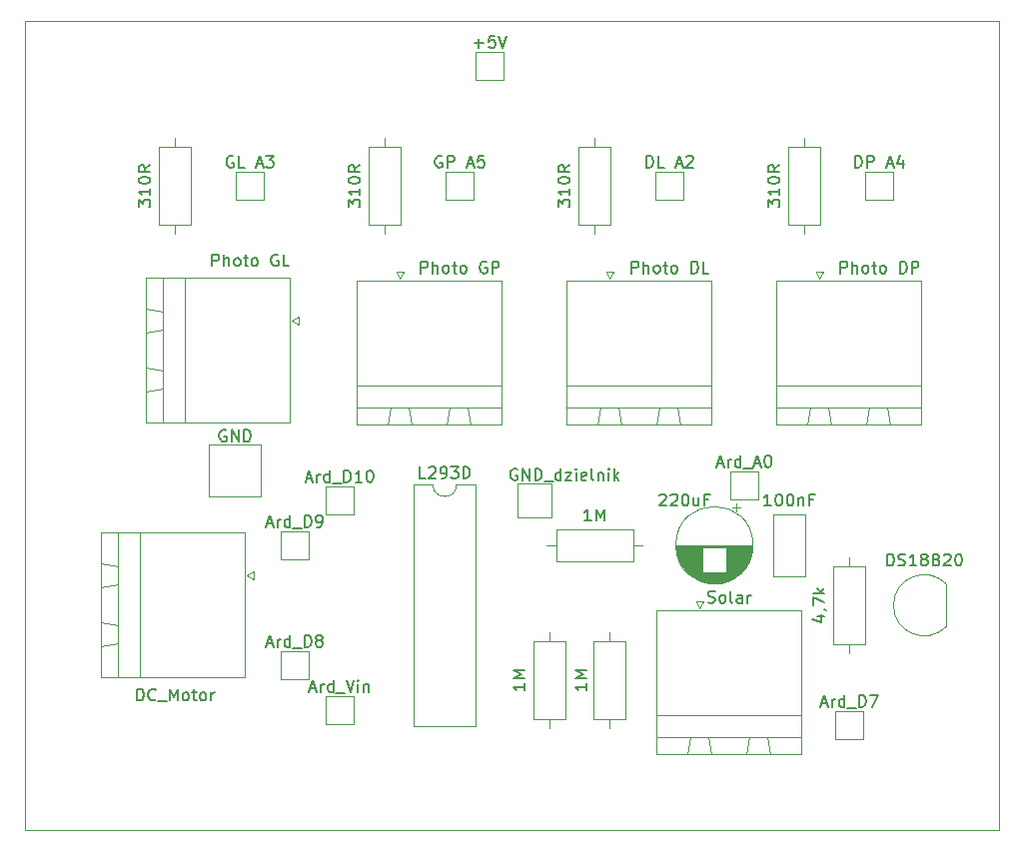
<source format=gbr>
%TF.GenerationSoftware,KiCad,Pcbnew,(5.1.10)-1*%
%TF.CreationDate,2021-09-08T20:08:48+02:00*%
%TF.ProjectId,uklad,756b6c61-642e-46b6-9963-61645f706362,rev?*%
%TF.SameCoordinates,Original*%
%TF.FileFunction,Legend,Top*%
%TF.FilePolarity,Positive*%
%FSLAX46Y46*%
G04 Gerber Fmt 4.6, Leading zero omitted, Abs format (unit mm)*
G04 Created by KiCad (PCBNEW (5.1.10)-1) date 2021-09-08 20:08:48*
%MOMM*%
%LPD*%
G01*
G04 APERTURE LIST*
%ADD10C,0.120000*%
%ADD11C,0.150000*%
G04 APERTURE END LIST*
D10*
X87630000Y-57150000D02*
X170180000Y-57150000D01*
X87630000Y-125730000D02*
X87630000Y-57150000D01*
X170180000Y-125730000D02*
X87630000Y-125730000D01*
X170180000Y-57150000D02*
X170180000Y-125730000D01*
%TO.C,GND_dzielnik*%
X129360000Y-96340000D02*
X132260000Y-96340000D01*
X132260000Y-96340000D02*
X132260000Y-99240000D01*
X132260000Y-99240000D02*
X129360000Y-99240000D01*
X129360000Y-99240000D02*
X129360000Y-96340000D01*
%TO.C,1M*%
X135790000Y-116300000D02*
X138530000Y-116300000D01*
X138530000Y-116300000D02*
X138530000Y-109760000D01*
X138530000Y-109760000D02*
X135790000Y-109760000D01*
X135790000Y-109760000D02*
X135790000Y-116300000D01*
X137160000Y-117070000D02*
X137160000Y-116300000D01*
X137160000Y-108990000D02*
X137160000Y-109760000D01*
%TO.C,GND*%
X103210000Y-93050000D02*
X107610000Y-93050000D01*
X107610000Y-93050000D02*
X107610000Y-97450000D01*
X107610000Y-97450000D02*
X103210000Y-97450000D01*
X103210000Y-97450000D02*
X103210000Y-93050000D01*
%TO.C,+5V*%
X125800000Y-59760000D02*
X128200000Y-59760000D01*
X128200000Y-59760000D02*
X128200000Y-62160000D01*
X128200000Y-62160000D02*
X125800000Y-62160000D01*
X125800000Y-62160000D02*
X125800000Y-59760000D01*
%TO.C,Ard_A0*%
X147390000Y-95320000D02*
X149790000Y-95320000D01*
X149790000Y-95320000D02*
X149790000Y-97720000D01*
X149790000Y-97720000D02*
X147390000Y-97720000D01*
X147390000Y-97720000D02*
X147390000Y-95320000D01*
%TO.C,DP A4*%
X158820000Y-69920000D02*
X161220000Y-69920000D01*
X161220000Y-69920000D02*
X161220000Y-72320000D01*
X161220000Y-72320000D02*
X158820000Y-72320000D01*
X158820000Y-72320000D02*
X158820000Y-69920000D01*
%TO.C,GL A3*%
X105480000Y-69920000D02*
X107880000Y-69920000D01*
X107880000Y-69920000D02*
X107880000Y-72320000D01*
X107880000Y-72320000D02*
X105480000Y-72320000D01*
X105480000Y-72320000D02*
X105480000Y-69920000D01*
%TO.C,DL A2*%
X141040000Y-69920000D02*
X143440000Y-69920000D01*
X143440000Y-69920000D02*
X143440000Y-72320000D01*
X143440000Y-72320000D02*
X141040000Y-72320000D01*
X141040000Y-72320000D02*
X141040000Y-69920000D01*
%TO.C,GP A5*%
X123260000Y-69920000D02*
X125660000Y-69920000D01*
X125660000Y-69920000D02*
X125660000Y-72320000D01*
X125660000Y-72320000D02*
X123260000Y-72320000D01*
X123260000Y-72320000D02*
X123260000Y-69920000D01*
%TO.C,Ard_D9*%
X109290000Y-100400000D02*
X111690000Y-100400000D01*
X111690000Y-100400000D02*
X111690000Y-102800000D01*
X111690000Y-102800000D02*
X109290000Y-102800000D01*
X109290000Y-102800000D02*
X109290000Y-100400000D01*
%TO.C,Ard_D10*%
X113100000Y-98990000D02*
X113100000Y-96590000D01*
X115500000Y-98990000D02*
X113100000Y-98990000D01*
X115500000Y-96590000D02*
X115500000Y-98990000D01*
X113100000Y-96590000D02*
X115500000Y-96590000D01*
%TO.C,Ard_D8*%
X109290000Y-110560000D02*
X111690000Y-110560000D01*
X111690000Y-110560000D02*
X111690000Y-112960000D01*
X111690000Y-112960000D02*
X109290000Y-112960000D01*
X109290000Y-112960000D02*
X109290000Y-110560000D01*
%TO.C,Ard_Vin*%
X113100000Y-116770000D02*
X113100000Y-114370000D01*
X115500000Y-116770000D02*
X113100000Y-116770000D01*
X115500000Y-114370000D02*
X115500000Y-116770000D01*
X113100000Y-114370000D02*
X115500000Y-114370000D01*
%TO.C,Ard_D7*%
X156280000Y-118040000D02*
X156280000Y-115640000D01*
X158680000Y-118040000D02*
X156280000Y-118040000D01*
X158680000Y-115640000D02*
X158680000Y-118040000D01*
X156280000Y-115640000D02*
X158680000Y-115640000D01*
%TO.C,Solar*%
X141170000Y-107110000D02*
X141170000Y-119330000D01*
X141170000Y-119330000D02*
X153390000Y-119330000D01*
X153390000Y-119330000D02*
X153390000Y-107110000D01*
X153390000Y-107110000D02*
X141170000Y-107110000D01*
X141170000Y-117830000D02*
X141170000Y-116030000D01*
X141170000Y-116030000D02*
X153390000Y-116030000D01*
X153390000Y-116030000D02*
X153390000Y-117830000D01*
X153390000Y-117830000D02*
X141170000Y-117830000D01*
X143780000Y-119330000D02*
X145780000Y-119330000D01*
X145780000Y-119330000D02*
X145530000Y-117830000D01*
X145530000Y-117830000D02*
X144030000Y-117830000D01*
X144030000Y-117830000D02*
X143780000Y-119330000D01*
X148780000Y-119330000D02*
X150780000Y-119330000D01*
X150780000Y-119330000D02*
X150530000Y-117830000D01*
X150530000Y-117830000D02*
X149030000Y-117830000D01*
X149030000Y-117830000D02*
X148780000Y-119330000D01*
X145080000Y-106310000D02*
X144780000Y-106910000D01*
X144780000Y-106910000D02*
X144480000Y-106310000D01*
X144480000Y-106310000D02*
X145080000Y-106310000D01*
%TO.C,L293D*%
X122190000Y-96460000D02*
X120540000Y-96460000D01*
X120540000Y-96460000D02*
X120540000Y-116900000D01*
X120540000Y-116900000D02*
X125840000Y-116900000D01*
X125840000Y-116900000D02*
X125840000Y-96460000D01*
X125840000Y-96460000D02*
X124190000Y-96460000D01*
X124190000Y-96460000D02*
G75*
G02*
X122190000Y-96460000I-1000000J0D01*
G01*
%TO.C,DS18B20*%
X165680000Y-108480000D02*
X165680000Y-104880000D01*
X165668478Y-104841522D02*
G75*
G03*
X161230000Y-106680000I-1838478J-1838478D01*
G01*
X165668478Y-108518478D02*
G75*
G02*
X161230000Y-106680000I-1838478J1838478D01*
G01*
%TO.C,Photo DP*%
X151330000Y-79170000D02*
X151330000Y-91390000D01*
X151330000Y-91390000D02*
X163550000Y-91390000D01*
X163550000Y-91390000D02*
X163550000Y-79170000D01*
X163550000Y-79170000D02*
X151330000Y-79170000D01*
X151330000Y-89890000D02*
X151330000Y-88090000D01*
X151330000Y-88090000D02*
X163550000Y-88090000D01*
X163550000Y-88090000D02*
X163550000Y-89890000D01*
X163550000Y-89890000D02*
X151330000Y-89890000D01*
X153940000Y-91390000D02*
X155940000Y-91390000D01*
X155940000Y-91390000D02*
X155690000Y-89890000D01*
X155690000Y-89890000D02*
X154190000Y-89890000D01*
X154190000Y-89890000D02*
X153940000Y-91390000D01*
X158940000Y-91390000D02*
X160940000Y-91390000D01*
X160940000Y-91390000D02*
X160690000Y-89890000D01*
X160690000Y-89890000D02*
X159190000Y-89890000D01*
X159190000Y-89890000D02*
X158940000Y-91390000D01*
X155240000Y-78370000D02*
X154940000Y-78970000D01*
X154940000Y-78970000D02*
X154640000Y-78370000D01*
X154640000Y-78370000D02*
X155240000Y-78370000D01*
%TO.C,310R*%
X155040000Y-67850000D02*
X152300000Y-67850000D01*
X152300000Y-67850000D02*
X152300000Y-74390000D01*
X152300000Y-74390000D02*
X155040000Y-74390000D01*
X155040000Y-74390000D02*
X155040000Y-67850000D01*
X153670000Y-67080000D02*
X153670000Y-67850000D01*
X153670000Y-75160000D02*
X153670000Y-74390000D01*
%TO.C,Photo DL*%
X133550000Y-79170000D02*
X133550000Y-91390000D01*
X133550000Y-91390000D02*
X145770000Y-91390000D01*
X145770000Y-91390000D02*
X145770000Y-79170000D01*
X145770000Y-79170000D02*
X133550000Y-79170000D01*
X133550000Y-89890000D02*
X133550000Y-88090000D01*
X133550000Y-88090000D02*
X145770000Y-88090000D01*
X145770000Y-88090000D02*
X145770000Y-89890000D01*
X145770000Y-89890000D02*
X133550000Y-89890000D01*
X136160000Y-91390000D02*
X138160000Y-91390000D01*
X138160000Y-91390000D02*
X137910000Y-89890000D01*
X137910000Y-89890000D02*
X136410000Y-89890000D01*
X136410000Y-89890000D02*
X136160000Y-91390000D01*
X141160000Y-91390000D02*
X143160000Y-91390000D01*
X143160000Y-91390000D02*
X142910000Y-89890000D01*
X142910000Y-89890000D02*
X141410000Y-89890000D01*
X141410000Y-89890000D02*
X141160000Y-91390000D01*
X137460000Y-78370000D02*
X137160000Y-78970000D01*
X137160000Y-78970000D02*
X136860000Y-78370000D01*
X136860000Y-78370000D02*
X137460000Y-78370000D01*
%TO.C,310R*%
X137260000Y-67850000D02*
X134520000Y-67850000D01*
X134520000Y-67850000D02*
X134520000Y-74390000D01*
X134520000Y-74390000D02*
X137260000Y-74390000D01*
X137260000Y-74390000D02*
X137260000Y-67850000D01*
X135890000Y-67080000D02*
X135890000Y-67850000D01*
X135890000Y-75160000D02*
X135890000Y-74390000D01*
%TO.C,1M*%
X133450000Y-109760000D02*
X130710000Y-109760000D01*
X130710000Y-109760000D02*
X130710000Y-116300000D01*
X130710000Y-116300000D02*
X133450000Y-116300000D01*
X133450000Y-116300000D02*
X133450000Y-109760000D01*
X132080000Y-108990000D02*
X132080000Y-109760000D01*
X132080000Y-117070000D02*
X132080000Y-116300000D01*
X139160000Y-102970000D02*
X139160000Y-100230000D01*
X139160000Y-100230000D02*
X132620000Y-100230000D01*
X132620000Y-100230000D02*
X132620000Y-102970000D01*
X132620000Y-102970000D02*
X139160000Y-102970000D01*
X139930000Y-101600000D02*
X139160000Y-101600000D01*
X131850000Y-101600000D02*
X132620000Y-101600000D01*
%TO.C,Photo GP*%
X115770000Y-79170000D02*
X115770000Y-91390000D01*
X115770000Y-91390000D02*
X127990000Y-91390000D01*
X127990000Y-91390000D02*
X127990000Y-79170000D01*
X127990000Y-79170000D02*
X115770000Y-79170000D01*
X115770000Y-89890000D02*
X115770000Y-88090000D01*
X115770000Y-88090000D02*
X127990000Y-88090000D01*
X127990000Y-88090000D02*
X127990000Y-89890000D01*
X127990000Y-89890000D02*
X115770000Y-89890000D01*
X118380000Y-91390000D02*
X120380000Y-91390000D01*
X120380000Y-91390000D02*
X120130000Y-89890000D01*
X120130000Y-89890000D02*
X118630000Y-89890000D01*
X118630000Y-89890000D02*
X118380000Y-91390000D01*
X123380000Y-91390000D02*
X125380000Y-91390000D01*
X125380000Y-91390000D02*
X125130000Y-89890000D01*
X125130000Y-89890000D02*
X123630000Y-89890000D01*
X123630000Y-89890000D02*
X123380000Y-91390000D01*
X119680000Y-78370000D02*
X119380000Y-78970000D01*
X119380000Y-78970000D02*
X119080000Y-78370000D01*
X119080000Y-78370000D02*
X119680000Y-78370000D01*
%TO.C,310R*%
X119480000Y-67850000D02*
X116740000Y-67850000D01*
X116740000Y-67850000D02*
X116740000Y-74390000D01*
X116740000Y-74390000D02*
X119480000Y-74390000D01*
X119480000Y-74390000D02*
X119480000Y-67850000D01*
X118110000Y-67080000D02*
X118110000Y-67850000D01*
X118110000Y-75160000D02*
X118110000Y-74390000D01*
%TO.C,Photo GL*%
X110060000Y-78940000D02*
X97840000Y-78940000D01*
X97840000Y-78940000D02*
X97840000Y-91160000D01*
X97840000Y-91160000D02*
X110060000Y-91160000D01*
X110060000Y-91160000D02*
X110060000Y-78940000D01*
X99340000Y-78940000D02*
X101140000Y-78940000D01*
X101140000Y-78940000D02*
X101140000Y-91160000D01*
X101140000Y-91160000D02*
X99340000Y-91160000D01*
X99340000Y-91160000D02*
X99340000Y-78940000D01*
X97840000Y-81550000D02*
X97840000Y-83550000D01*
X97840000Y-83550000D02*
X99340000Y-83300000D01*
X99340000Y-83300000D02*
X99340000Y-81800000D01*
X99340000Y-81800000D02*
X97840000Y-81550000D01*
X97840000Y-86550000D02*
X97840000Y-88550000D01*
X97840000Y-88550000D02*
X99340000Y-88300000D01*
X99340000Y-88300000D02*
X99340000Y-86800000D01*
X99340000Y-86800000D02*
X97840000Y-86550000D01*
X110860000Y-82850000D02*
X110260000Y-82550000D01*
X110260000Y-82550000D02*
X110860000Y-82250000D01*
X110860000Y-82250000D02*
X110860000Y-82850000D01*
%TO.C,310R*%
X101700000Y-67850000D02*
X98960000Y-67850000D01*
X98960000Y-67850000D02*
X98960000Y-74390000D01*
X98960000Y-74390000D02*
X101700000Y-74390000D01*
X101700000Y-74390000D02*
X101700000Y-67850000D01*
X100330000Y-67080000D02*
X100330000Y-67850000D01*
X100330000Y-75160000D02*
X100330000Y-74390000D01*
%TO.C,4\u002C7k*%
X158850000Y-103410000D02*
X156110000Y-103410000D01*
X156110000Y-103410000D02*
X156110000Y-109950000D01*
X156110000Y-109950000D02*
X158850000Y-109950000D01*
X158850000Y-109950000D02*
X158850000Y-103410000D01*
X157480000Y-102640000D02*
X157480000Y-103410000D01*
X157480000Y-110720000D02*
X157480000Y-109950000D01*
%TO.C,DC_Motor*%
X106250000Y-100530000D02*
X94030000Y-100530000D01*
X94030000Y-100530000D02*
X94030000Y-112750000D01*
X94030000Y-112750000D02*
X106250000Y-112750000D01*
X106250000Y-112750000D02*
X106250000Y-100530000D01*
X95530000Y-100530000D02*
X97330000Y-100530000D01*
X97330000Y-100530000D02*
X97330000Y-112750000D01*
X97330000Y-112750000D02*
X95530000Y-112750000D01*
X95530000Y-112750000D02*
X95530000Y-100530000D01*
X94030000Y-103140000D02*
X94030000Y-105140000D01*
X94030000Y-105140000D02*
X95530000Y-104890000D01*
X95530000Y-104890000D02*
X95530000Y-103390000D01*
X95530000Y-103390000D02*
X94030000Y-103140000D01*
X94030000Y-108140000D02*
X94030000Y-110140000D01*
X94030000Y-110140000D02*
X95530000Y-109890000D01*
X95530000Y-109890000D02*
X95530000Y-108390000D01*
X95530000Y-108390000D02*
X94030000Y-108140000D01*
X107050000Y-104440000D02*
X106450000Y-104140000D01*
X106450000Y-104140000D02*
X107050000Y-103840000D01*
X107050000Y-103840000D02*
X107050000Y-104440000D01*
%TO.C,100nF*%
X153770000Y-98960000D02*
X153770000Y-104200000D01*
X151030000Y-98960000D02*
X151030000Y-104200000D01*
X153770000Y-98960000D02*
X151030000Y-98960000D01*
X153770000Y-104200000D02*
X151030000Y-104200000D01*
%TO.C,220uF*%
X149320000Y-101580000D02*
G75*
G03*
X149320000Y-101580000I-3270000J0D01*
G01*
X149280000Y-101580000D02*
X142820000Y-101580000D01*
X149280000Y-101620000D02*
X142820000Y-101620000D01*
X149280000Y-101660000D02*
X142820000Y-101660000D01*
X149278000Y-101700000D02*
X142822000Y-101700000D01*
X149277000Y-101740000D02*
X142823000Y-101740000D01*
X149274000Y-101780000D02*
X142826000Y-101780000D01*
X149272000Y-101820000D02*
X147090000Y-101820000D01*
X145010000Y-101820000D02*
X142828000Y-101820000D01*
X149268000Y-101860000D02*
X147090000Y-101860000D01*
X145010000Y-101860000D02*
X142832000Y-101860000D01*
X149265000Y-101900000D02*
X147090000Y-101900000D01*
X145010000Y-101900000D02*
X142835000Y-101900000D01*
X149261000Y-101940000D02*
X147090000Y-101940000D01*
X145010000Y-101940000D02*
X142839000Y-101940000D01*
X149256000Y-101980000D02*
X147090000Y-101980000D01*
X145010000Y-101980000D02*
X142844000Y-101980000D01*
X149251000Y-102020000D02*
X147090000Y-102020000D01*
X145010000Y-102020000D02*
X142849000Y-102020000D01*
X149245000Y-102060000D02*
X147090000Y-102060000D01*
X145010000Y-102060000D02*
X142855000Y-102060000D01*
X149239000Y-102100000D02*
X147090000Y-102100000D01*
X145010000Y-102100000D02*
X142861000Y-102100000D01*
X149232000Y-102140000D02*
X147090000Y-102140000D01*
X145010000Y-102140000D02*
X142868000Y-102140000D01*
X149225000Y-102180000D02*
X147090000Y-102180000D01*
X145010000Y-102180000D02*
X142875000Y-102180000D01*
X149217000Y-102220000D02*
X147090000Y-102220000D01*
X145010000Y-102220000D02*
X142883000Y-102220000D01*
X149209000Y-102260000D02*
X147090000Y-102260000D01*
X145010000Y-102260000D02*
X142891000Y-102260000D01*
X149200000Y-102301000D02*
X147090000Y-102301000D01*
X145010000Y-102301000D02*
X142900000Y-102301000D01*
X149191000Y-102341000D02*
X147090000Y-102341000D01*
X145010000Y-102341000D02*
X142909000Y-102341000D01*
X149181000Y-102381000D02*
X147090000Y-102381000D01*
X145010000Y-102381000D02*
X142919000Y-102381000D01*
X149171000Y-102421000D02*
X147090000Y-102421000D01*
X145010000Y-102421000D02*
X142929000Y-102421000D01*
X149160000Y-102461000D02*
X147090000Y-102461000D01*
X145010000Y-102461000D02*
X142940000Y-102461000D01*
X149148000Y-102501000D02*
X147090000Y-102501000D01*
X145010000Y-102501000D02*
X142952000Y-102501000D01*
X149136000Y-102541000D02*
X147090000Y-102541000D01*
X145010000Y-102541000D02*
X142964000Y-102541000D01*
X149124000Y-102581000D02*
X147090000Y-102581000D01*
X145010000Y-102581000D02*
X142976000Y-102581000D01*
X149111000Y-102621000D02*
X147090000Y-102621000D01*
X145010000Y-102621000D02*
X142989000Y-102621000D01*
X149097000Y-102661000D02*
X147090000Y-102661000D01*
X145010000Y-102661000D02*
X143003000Y-102661000D01*
X149083000Y-102701000D02*
X147090000Y-102701000D01*
X145010000Y-102701000D02*
X143017000Y-102701000D01*
X149068000Y-102741000D02*
X147090000Y-102741000D01*
X145010000Y-102741000D02*
X143032000Y-102741000D01*
X149052000Y-102781000D02*
X147090000Y-102781000D01*
X145010000Y-102781000D02*
X143048000Y-102781000D01*
X149036000Y-102821000D02*
X147090000Y-102821000D01*
X145010000Y-102821000D02*
X143064000Y-102821000D01*
X149020000Y-102861000D02*
X147090000Y-102861000D01*
X145010000Y-102861000D02*
X143080000Y-102861000D01*
X149002000Y-102901000D02*
X147090000Y-102901000D01*
X145010000Y-102901000D02*
X143098000Y-102901000D01*
X148984000Y-102941000D02*
X147090000Y-102941000D01*
X145010000Y-102941000D02*
X143116000Y-102941000D01*
X148966000Y-102981000D02*
X147090000Y-102981000D01*
X145010000Y-102981000D02*
X143134000Y-102981000D01*
X148946000Y-103021000D02*
X147090000Y-103021000D01*
X145010000Y-103021000D02*
X143154000Y-103021000D01*
X148926000Y-103061000D02*
X147090000Y-103061000D01*
X145010000Y-103061000D02*
X143174000Y-103061000D01*
X148906000Y-103101000D02*
X147090000Y-103101000D01*
X145010000Y-103101000D02*
X143194000Y-103101000D01*
X148884000Y-103141000D02*
X147090000Y-103141000D01*
X145010000Y-103141000D02*
X143216000Y-103141000D01*
X148862000Y-103181000D02*
X147090000Y-103181000D01*
X145010000Y-103181000D02*
X143238000Y-103181000D01*
X148840000Y-103221000D02*
X147090000Y-103221000D01*
X145010000Y-103221000D02*
X143260000Y-103221000D01*
X148816000Y-103261000D02*
X147090000Y-103261000D01*
X145010000Y-103261000D02*
X143284000Y-103261000D01*
X148792000Y-103301000D02*
X147090000Y-103301000D01*
X145010000Y-103301000D02*
X143308000Y-103301000D01*
X148766000Y-103341000D02*
X147090000Y-103341000D01*
X145010000Y-103341000D02*
X143334000Y-103341000D01*
X148740000Y-103381000D02*
X147090000Y-103381000D01*
X145010000Y-103381000D02*
X143360000Y-103381000D01*
X148714000Y-103421000D02*
X147090000Y-103421000D01*
X145010000Y-103421000D02*
X143386000Y-103421000D01*
X148686000Y-103461000D02*
X147090000Y-103461000D01*
X145010000Y-103461000D02*
X143414000Y-103461000D01*
X148657000Y-103501000D02*
X147090000Y-103501000D01*
X145010000Y-103501000D02*
X143443000Y-103501000D01*
X148628000Y-103541000D02*
X147090000Y-103541000D01*
X145010000Y-103541000D02*
X143472000Y-103541000D01*
X148598000Y-103581000D02*
X147090000Y-103581000D01*
X145010000Y-103581000D02*
X143502000Y-103581000D01*
X148566000Y-103621000D02*
X147090000Y-103621000D01*
X145010000Y-103621000D02*
X143534000Y-103621000D01*
X148534000Y-103661000D02*
X147090000Y-103661000D01*
X145010000Y-103661000D02*
X143566000Y-103661000D01*
X148500000Y-103701000D02*
X147090000Y-103701000D01*
X145010000Y-103701000D02*
X143600000Y-103701000D01*
X148466000Y-103741000D02*
X147090000Y-103741000D01*
X145010000Y-103741000D02*
X143634000Y-103741000D01*
X148430000Y-103781000D02*
X147090000Y-103781000D01*
X145010000Y-103781000D02*
X143670000Y-103781000D01*
X148393000Y-103821000D02*
X147090000Y-103821000D01*
X145010000Y-103821000D02*
X143707000Y-103821000D01*
X148355000Y-103861000D02*
X147090000Y-103861000D01*
X145010000Y-103861000D02*
X143745000Y-103861000D01*
X148315000Y-103901000D02*
X143785000Y-103901000D01*
X148274000Y-103941000D02*
X143826000Y-103941000D01*
X148232000Y-103981000D02*
X143868000Y-103981000D01*
X148187000Y-104021000D02*
X143913000Y-104021000D01*
X148142000Y-104061000D02*
X143958000Y-104061000D01*
X148094000Y-104101000D02*
X144006000Y-104101000D01*
X148045000Y-104141000D02*
X144055000Y-104141000D01*
X147994000Y-104181000D02*
X144106000Y-104181000D01*
X147940000Y-104221000D02*
X144160000Y-104221000D01*
X147884000Y-104261000D02*
X144216000Y-104261000D01*
X147826000Y-104301000D02*
X144274000Y-104301000D01*
X147764000Y-104341000D02*
X144336000Y-104341000D01*
X147700000Y-104381000D02*
X144400000Y-104381000D01*
X147631000Y-104421000D02*
X144469000Y-104421000D01*
X147559000Y-104461000D02*
X144541000Y-104461000D01*
X147482000Y-104501000D02*
X144618000Y-104501000D01*
X147400000Y-104541000D02*
X144700000Y-104541000D01*
X147312000Y-104581000D02*
X144788000Y-104581000D01*
X147215000Y-104621000D02*
X144885000Y-104621000D01*
X147109000Y-104661000D02*
X144991000Y-104661000D01*
X146990000Y-104701000D02*
X145110000Y-104701000D01*
X146852000Y-104741000D02*
X145248000Y-104741000D01*
X146683000Y-104781000D02*
X145417000Y-104781000D01*
X146452000Y-104821000D02*
X145648000Y-104821000D01*
X147889000Y-98079759D02*
X147889000Y-98709759D01*
X148204000Y-98394759D02*
X147574000Y-98394759D01*
%TO.C,GND_dzielnik*%
D11*
X129326190Y-95142000D02*
X129230952Y-95094380D01*
X129088095Y-95094380D01*
X128945238Y-95142000D01*
X128850000Y-95237238D01*
X128802380Y-95332476D01*
X128754761Y-95522952D01*
X128754761Y-95665809D01*
X128802380Y-95856285D01*
X128850000Y-95951523D01*
X128945238Y-96046761D01*
X129088095Y-96094380D01*
X129183333Y-96094380D01*
X129326190Y-96046761D01*
X129373809Y-95999142D01*
X129373809Y-95665809D01*
X129183333Y-95665809D01*
X129802380Y-96094380D02*
X129802380Y-95094380D01*
X130373809Y-96094380D01*
X130373809Y-95094380D01*
X130850000Y-96094380D02*
X130850000Y-95094380D01*
X131088095Y-95094380D01*
X131230952Y-95142000D01*
X131326190Y-95237238D01*
X131373809Y-95332476D01*
X131421428Y-95522952D01*
X131421428Y-95665809D01*
X131373809Y-95856285D01*
X131326190Y-95951523D01*
X131230952Y-96046761D01*
X131088095Y-96094380D01*
X130850000Y-96094380D01*
X131611904Y-96189619D02*
X132373809Y-96189619D01*
X133040476Y-96094380D02*
X133040476Y-95094380D01*
X133040476Y-96046761D02*
X132945238Y-96094380D01*
X132754761Y-96094380D01*
X132659523Y-96046761D01*
X132611904Y-95999142D01*
X132564285Y-95903904D01*
X132564285Y-95618190D01*
X132611904Y-95522952D01*
X132659523Y-95475333D01*
X132754761Y-95427714D01*
X132945238Y-95427714D01*
X133040476Y-95475333D01*
X133421428Y-95427714D02*
X133945238Y-95427714D01*
X133421428Y-96094380D01*
X133945238Y-96094380D01*
X134326190Y-96094380D02*
X134326190Y-95427714D01*
X134326190Y-95094380D02*
X134278571Y-95142000D01*
X134326190Y-95189619D01*
X134373809Y-95142000D01*
X134326190Y-95094380D01*
X134326190Y-95189619D01*
X135183333Y-96046761D02*
X135088095Y-96094380D01*
X134897619Y-96094380D01*
X134802380Y-96046761D01*
X134754761Y-95951523D01*
X134754761Y-95570571D01*
X134802380Y-95475333D01*
X134897619Y-95427714D01*
X135088095Y-95427714D01*
X135183333Y-95475333D01*
X135230952Y-95570571D01*
X135230952Y-95665809D01*
X134754761Y-95761047D01*
X135802380Y-96094380D02*
X135707142Y-96046761D01*
X135659523Y-95951523D01*
X135659523Y-95094380D01*
X136183333Y-95427714D02*
X136183333Y-96094380D01*
X136183333Y-95522952D02*
X136230952Y-95475333D01*
X136326190Y-95427714D01*
X136469047Y-95427714D01*
X136564285Y-95475333D01*
X136611904Y-95570571D01*
X136611904Y-96094380D01*
X137088095Y-96094380D02*
X137088095Y-95427714D01*
X137088095Y-95094380D02*
X137040476Y-95142000D01*
X137088095Y-95189619D01*
X137135714Y-95142000D01*
X137088095Y-95094380D01*
X137088095Y-95189619D01*
X137564285Y-96094380D02*
X137564285Y-95094380D01*
X137659523Y-95713428D02*
X137945238Y-96094380D01*
X137945238Y-95427714D02*
X137564285Y-95808666D01*
%TO.C,1M*%
X135242380Y-113315714D02*
X135242380Y-113887142D01*
X135242380Y-113601428D02*
X134242380Y-113601428D01*
X134385238Y-113696666D01*
X134480476Y-113791904D01*
X134528095Y-113887142D01*
X135242380Y-112887142D02*
X134242380Y-112887142D01*
X134956666Y-112553809D01*
X134242380Y-112220476D01*
X135242380Y-112220476D01*
%TO.C,GND*%
X104648095Y-91852000D02*
X104552857Y-91804380D01*
X104410000Y-91804380D01*
X104267142Y-91852000D01*
X104171904Y-91947238D01*
X104124285Y-92042476D01*
X104076666Y-92232952D01*
X104076666Y-92375809D01*
X104124285Y-92566285D01*
X104171904Y-92661523D01*
X104267142Y-92756761D01*
X104410000Y-92804380D01*
X104505238Y-92804380D01*
X104648095Y-92756761D01*
X104695714Y-92709142D01*
X104695714Y-92375809D01*
X104505238Y-92375809D01*
X105124285Y-92804380D02*
X105124285Y-91804380D01*
X105695714Y-92804380D01*
X105695714Y-91804380D01*
X106171904Y-92804380D02*
X106171904Y-91804380D01*
X106410000Y-91804380D01*
X106552857Y-91852000D01*
X106648095Y-91947238D01*
X106695714Y-92042476D01*
X106743333Y-92232952D01*
X106743333Y-92375809D01*
X106695714Y-92566285D01*
X106648095Y-92661523D01*
X106552857Y-92756761D01*
X106410000Y-92804380D01*
X106171904Y-92804380D01*
%TO.C,+5V*%
X125714285Y-59033428D02*
X126476190Y-59033428D01*
X126095238Y-59414380D02*
X126095238Y-58652476D01*
X127428571Y-58414380D02*
X126952380Y-58414380D01*
X126904761Y-58890571D01*
X126952380Y-58842952D01*
X127047619Y-58795333D01*
X127285714Y-58795333D01*
X127380952Y-58842952D01*
X127428571Y-58890571D01*
X127476190Y-58985809D01*
X127476190Y-59223904D01*
X127428571Y-59319142D01*
X127380952Y-59366761D01*
X127285714Y-59414380D01*
X127047619Y-59414380D01*
X126952380Y-59366761D01*
X126904761Y-59319142D01*
X127761904Y-58414380D02*
X128095238Y-59414380D01*
X128428571Y-58414380D01*
%TO.C,Ard_A0*%
X146304285Y-94688666D02*
X146780476Y-94688666D01*
X146209047Y-94974380D02*
X146542380Y-93974380D01*
X146875714Y-94974380D01*
X147209047Y-94974380D02*
X147209047Y-94307714D01*
X147209047Y-94498190D02*
X147256666Y-94402952D01*
X147304285Y-94355333D01*
X147399523Y-94307714D01*
X147494761Y-94307714D01*
X148256666Y-94974380D02*
X148256666Y-93974380D01*
X148256666Y-94926761D02*
X148161428Y-94974380D01*
X147970952Y-94974380D01*
X147875714Y-94926761D01*
X147828095Y-94879142D01*
X147780476Y-94783904D01*
X147780476Y-94498190D01*
X147828095Y-94402952D01*
X147875714Y-94355333D01*
X147970952Y-94307714D01*
X148161428Y-94307714D01*
X148256666Y-94355333D01*
X148494761Y-95069619D02*
X149256666Y-95069619D01*
X149447142Y-94688666D02*
X149923333Y-94688666D01*
X149351904Y-94974380D02*
X149685238Y-93974380D01*
X150018571Y-94974380D01*
X150542380Y-93974380D02*
X150637619Y-93974380D01*
X150732857Y-94022000D01*
X150780476Y-94069619D01*
X150828095Y-94164857D01*
X150875714Y-94355333D01*
X150875714Y-94593428D01*
X150828095Y-94783904D01*
X150780476Y-94879142D01*
X150732857Y-94926761D01*
X150637619Y-94974380D01*
X150542380Y-94974380D01*
X150447142Y-94926761D01*
X150399523Y-94879142D01*
X150351904Y-94783904D01*
X150304285Y-94593428D01*
X150304285Y-94355333D01*
X150351904Y-94164857D01*
X150399523Y-94069619D01*
X150447142Y-94022000D01*
X150542380Y-93974380D01*
%TO.C,DP A4*%
X157972380Y-69574380D02*
X157972380Y-68574380D01*
X158210476Y-68574380D01*
X158353333Y-68622000D01*
X158448571Y-68717238D01*
X158496190Y-68812476D01*
X158543809Y-69002952D01*
X158543809Y-69145809D01*
X158496190Y-69336285D01*
X158448571Y-69431523D01*
X158353333Y-69526761D01*
X158210476Y-69574380D01*
X157972380Y-69574380D01*
X158972380Y-69574380D02*
X158972380Y-68574380D01*
X159353333Y-68574380D01*
X159448571Y-68622000D01*
X159496190Y-68669619D01*
X159543809Y-68764857D01*
X159543809Y-68907714D01*
X159496190Y-69002952D01*
X159448571Y-69050571D01*
X159353333Y-69098190D01*
X158972380Y-69098190D01*
X160686666Y-69288666D02*
X161162857Y-69288666D01*
X160591428Y-69574380D02*
X160924761Y-68574380D01*
X161258095Y-69574380D01*
X162020000Y-68907714D02*
X162020000Y-69574380D01*
X161781904Y-68526761D02*
X161543809Y-69241047D01*
X162162857Y-69241047D01*
%TO.C,GL A3*%
X105251428Y-68622000D02*
X105156190Y-68574380D01*
X105013333Y-68574380D01*
X104870476Y-68622000D01*
X104775238Y-68717238D01*
X104727619Y-68812476D01*
X104680000Y-69002952D01*
X104680000Y-69145809D01*
X104727619Y-69336285D01*
X104775238Y-69431523D01*
X104870476Y-69526761D01*
X105013333Y-69574380D01*
X105108571Y-69574380D01*
X105251428Y-69526761D01*
X105299047Y-69479142D01*
X105299047Y-69145809D01*
X105108571Y-69145809D01*
X106203809Y-69574380D02*
X105727619Y-69574380D01*
X105727619Y-68574380D01*
X107251428Y-69288666D02*
X107727619Y-69288666D01*
X107156190Y-69574380D02*
X107489523Y-68574380D01*
X107822857Y-69574380D01*
X108060952Y-68574380D02*
X108680000Y-68574380D01*
X108346666Y-68955333D01*
X108489523Y-68955333D01*
X108584761Y-69002952D01*
X108632380Y-69050571D01*
X108680000Y-69145809D01*
X108680000Y-69383904D01*
X108632380Y-69479142D01*
X108584761Y-69526761D01*
X108489523Y-69574380D01*
X108203809Y-69574380D01*
X108108571Y-69526761D01*
X108060952Y-69479142D01*
%TO.C,DL A2*%
X140287619Y-69574380D02*
X140287619Y-68574380D01*
X140525714Y-68574380D01*
X140668571Y-68622000D01*
X140763809Y-68717238D01*
X140811428Y-68812476D01*
X140859047Y-69002952D01*
X140859047Y-69145809D01*
X140811428Y-69336285D01*
X140763809Y-69431523D01*
X140668571Y-69526761D01*
X140525714Y-69574380D01*
X140287619Y-69574380D01*
X141763809Y-69574380D02*
X141287619Y-69574380D01*
X141287619Y-68574380D01*
X142811428Y-69288666D02*
X143287619Y-69288666D01*
X142716190Y-69574380D02*
X143049523Y-68574380D01*
X143382857Y-69574380D01*
X143668571Y-68669619D02*
X143716190Y-68622000D01*
X143811428Y-68574380D01*
X144049523Y-68574380D01*
X144144761Y-68622000D01*
X144192380Y-68669619D01*
X144240000Y-68764857D01*
X144240000Y-68860095D01*
X144192380Y-69002952D01*
X143620952Y-69574380D01*
X144240000Y-69574380D01*
%TO.C,GP A5*%
X122936190Y-68622000D02*
X122840952Y-68574380D01*
X122698095Y-68574380D01*
X122555238Y-68622000D01*
X122460000Y-68717238D01*
X122412380Y-68812476D01*
X122364761Y-69002952D01*
X122364761Y-69145809D01*
X122412380Y-69336285D01*
X122460000Y-69431523D01*
X122555238Y-69526761D01*
X122698095Y-69574380D01*
X122793333Y-69574380D01*
X122936190Y-69526761D01*
X122983809Y-69479142D01*
X122983809Y-69145809D01*
X122793333Y-69145809D01*
X123412380Y-69574380D02*
X123412380Y-68574380D01*
X123793333Y-68574380D01*
X123888571Y-68622000D01*
X123936190Y-68669619D01*
X123983809Y-68764857D01*
X123983809Y-68907714D01*
X123936190Y-69002952D01*
X123888571Y-69050571D01*
X123793333Y-69098190D01*
X123412380Y-69098190D01*
X125126666Y-69288666D02*
X125602857Y-69288666D01*
X125031428Y-69574380D02*
X125364761Y-68574380D01*
X125698095Y-69574380D01*
X126507619Y-68574380D02*
X126031428Y-68574380D01*
X125983809Y-69050571D01*
X126031428Y-69002952D01*
X126126666Y-68955333D01*
X126364761Y-68955333D01*
X126460000Y-69002952D01*
X126507619Y-69050571D01*
X126555238Y-69145809D01*
X126555238Y-69383904D01*
X126507619Y-69479142D01*
X126460000Y-69526761D01*
X126364761Y-69574380D01*
X126126666Y-69574380D01*
X126031428Y-69526761D01*
X125983809Y-69479142D01*
%TO.C,Ard_D9*%
X108132857Y-99768666D02*
X108609047Y-99768666D01*
X108037619Y-100054380D02*
X108370952Y-99054380D01*
X108704285Y-100054380D01*
X109037619Y-100054380D02*
X109037619Y-99387714D01*
X109037619Y-99578190D02*
X109085238Y-99482952D01*
X109132857Y-99435333D01*
X109228095Y-99387714D01*
X109323333Y-99387714D01*
X110085238Y-100054380D02*
X110085238Y-99054380D01*
X110085238Y-100006761D02*
X109990000Y-100054380D01*
X109799523Y-100054380D01*
X109704285Y-100006761D01*
X109656666Y-99959142D01*
X109609047Y-99863904D01*
X109609047Y-99578190D01*
X109656666Y-99482952D01*
X109704285Y-99435333D01*
X109799523Y-99387714D01*
X109990000Y-99387714D01*
X110085238Y-99435333D01*
X110323333Y-100149619D02*
X111085238Y-100149619D01*
X111323333Y-100054380D02*
X111323333Y-99054380D01*
X111561428Y-99054380D01*
X111704285Y-99102000D01*
X111799523Y-99197238D01*
X111847142Y-99292476D01*
X111894761Y-99482952D01*
X111894761Y-99625809D01*
X111847142Y-99816285D01*
X111799523Y-99911523D01*
X111704285Y-100006761D01*
X111561428Y-100054380D01*
X111323333Y-100054380D01*
X112370952Y-100054380D02*
X112561428Y-100054380D01*
X112656666Y-100006761D01*
X112704285Y-99959142D01*
X112799523Y-99816285D01*
X112847142Y-99625809D01*
X112847142Y-99244857D01*
X112799523Y-99149619D01*
X112751904Y-99102000D01*
X112656666Y-99054380D01*
X112466190Y-99054380D01*
X112370952Y-99102000D01*
X112323333Y-99149619D01*
X112275714Y-99244857D01*
X112275714Y-99482952D01*
X112323333Y-99578190D01*
X112370952Y-99625809D01*
X112466190Y-99673428D01*
X112656666Y-99673428D01*
X112751904Y-99625809D01*
X112799523Y-99578190D01*
X112847142Y-99482952D01*
%TO.C,Ard_D10*%
X111466666Y-95958666D02*
X111942857Y-95958666D01*
X111371428Y-96244380D02*
X111704761Y-95244380D01*
X112038095Y-96244380D01*
X112371428Y-96244380D02*
X112371428Y-95577714D01*
X112371428Y-95768190D02*
X112419047Y-95672952D01*
X112466666Y-95625333D01*
X112561904Y-95577714D01*
X112657142Y-95577714D01*
X113419047Y-96244380D02*
X113419047Y-95244380D01*
X113419047Y-96196761D02*
X113323809Y-96244380D01*
X113133333Y-96244380D01*
X113038095Y-96196761D01*
X112990476Y-96149142D01*
X112942857Y-96053904D01*
X112942857Y-95768190D01*
X112990476Y-95672952D01*
X113038095Y-95625333D01*
X113133333Y-95577714D01*
X113323809Y-95577714D01*
X113419047Y-95625333D01*
X113657142Y-96339619D02*
X114419047Y-96339619D01*
X114657142Y-96244380D02*
X114657142Y-95244380D01*
X114895238Y-95244380D01*
X115038095Y-95292000D01*
X115133333Y-95387238D01*
X115180952Y-95482476D01*
X115228571Y-95672952D01*
X115228571Y-95815809D01*
X115180952Y-96006285D01*
X115133333Y-96101523D01*
X115038095Y-96196761D01*
X114895238Y-96244380D01*
X114657142Y-96244380D01*
X116180952Y-96244380D02*
X115609523Y-96244380D01*
X115895238Y-96244380D02*
X115895238Y-95244380D01*
X115800000Y-95387238D01*
X115704761Y-95482476D01*
X115609523Y-95530095D01*
X116800000Y-95244380D02*
X116895238Y-95244380D01*
X116990476Y-95292000D01*
X117038095Y-95339619D01*
X117085714Y-95434857D01*
X117133333Y-95625333D01*
X117133333Y-95863428D01*
X117085714Y-96053904D01*
X117038095Y-96149142D01*
X116990476Y-96196761D01*
X116895238Y-96244380D01*
X116800000Y-96244380D01*
X116704761Y-96196761D01*
X116657142Y-96149142D01*
X116609523Y-96053904D01*
X116561904Y-95863428D01*
X116561904Y-95625333D01*
X116609523Y-95434857D01*
X116657142Y-95339619D01*
X116704761Y-95292000D01*
X116800000Y-95244380D01*
%TO.C,Ard_D8*%
X108132857Y-109928666D02*
X108609047Y-109928666D01*
X108037619Y-110214380D02*
X108370952Y-109214380D01*
X108704285Y-110214380D01*
X109037619Y-110214380D02*
X109037619Y-109547714D01*
X109037619Y-109738190D02*
X109085238Y-109642952D01*
X109132857Y-109595333D01*
X109228095Y-109547714D01*
X109323333Y-109547714D01*
X110085238Y-110214380D02*
X110085238Y-109214380D01*
X110085238Y-110166761D02*
X109990000Y-110214380D01*
X109799523Y-110214380D01*
X109704285Y-110166761D01*
X109656666Y-110119142D01*
X109609047Y-110023904D01*
X109609047Y-109738190D01*
X109656666Y-109642952D01*
X109704285Y-109595333D01*
X109799523Y-109547714D01*
X109990000Y-109547714D01*
X110085238Y-109595333D01*
X110323333Y-110309619D02*
X111085238Y-110309619D01*
X111323333Y-110214380D02*
X111323333Y-109214380D01*
X111561428Y-109214380D01*
X111704285Y-109262000D01*
X111799523Y-109357238D01*
X111847142Y-109452476D01*
X111894761Y-109642952D01*
X111894761Y-109785809D01*
X111847142Y-109976285D01*
X111799523Y-110071523D01*
X111704285Y-110166761D01*
X111561428Y-110214380D01*
X111323333Y-110214380D01*
X112466190Y-109642952D02*
X112370952Y-109595333D01*
X112323333Y-109547714D01*
X112275714Y-109452476D01*
X112275714Y-109404857D01*
X112323333Y-109309619D01*
X112370952Y-109262000D01*
X112466190Y-109214380D01*
X112656666Y-109214380D01*
X112751904Y-109262000D01*
X112799523Y-109309619D01*
X112847142Y-109404857D01*
X112847142Y-109452476D01*
X112799523Y-109547714D01*
X112751904Y-109595333D01*
X112656666Y-109642952D01*
X112466190Y-109642952D01*
X112370952Y-109690571D01*
X112323333Y-109738190D01*
X112275714Y-109833428D01*
X112275714Y-110023904D01*
X112323333Y-110119142D01*
X112370952Y-110166761D01*
X112466190Y-110214380D01*
X112656666Y-110214380D01*
X112751904Y-110166761D01*
X112799523Y-110119142D01*
X112847142Y-110023904D01*
X112847142Y-109833428D01*
X112799523Y-109738190D01*
X112751904Y-109690571D01*
X112656666Y-109642952D01*
%TO.C,Ard_Vin*%
X111800000Y-113738666D02*
X112276190Y-113738666D01*
X111704761Y-114024380D02*
X112038095Y-113024380D01*
X112371428Y-114024380D01*
X112704761Y-114024380D02*
X112704761Y-113357714D01*
X112704761Y-113548190D02*
X112752380Y-113452952D01*
X112800000Y-113405333D01*
X112895238Y-113357714D01*
X112990476Y-113357714D01*
X113752380Y-114024380D02*
X113752380Y-113024380D01*
X113752380Y-113976761D02*
X113657142Y-114024380D01*
X113466666Y-114024380D01*
X113371428Y-113976761D01*
X113323809Y-113929142D01*
X113276190Y-113833904D01*
X113276190Y-113548190D01*
X113323809Y-113452952D01*
X113371428Y-113405333D01*
X113466666Y-113357714D01*
X113657142Y-113357714D01*
X113752380Y-113405333D01*
X113990476Y-114119619D02*
X114752380Y-114119619D01*
X114847619Y-113024380D02*
X115180952Y-114024380D01*
X115514285Y-113024380D01*
X115847619Y-114024380D02*
X115847619Y-113357714D01*
X115847619Y-113024380D02*
X115800000Y-113072000D01*
X115847619Y-113119619D01*
X115895238Y-113072000D01*
X115847619Y-113024380D01*
X115847619Y-113119619D01*
X116323809Y-113357714D02*
X116323809Y-114024380D01*
X116323809Y-113452952D02*
X116371428Y-113405333D01*
X116466666Y-113357714D01*
X116609523Y-113357714D01*
X116704761Y-113405333D01*
X116752380Y-113500571D01*
X116752380Y-114024380D01*
%TO.C,Ard_D7*%
X155122857Y-115008666D02*
X155599047Y-115008666D01*
X155027619Y-115294380D02*
X155360952Y-114294380D01*
X155694285Y-115294380D01*
X156027619Y-115294380D02*
X156027619Y-114627714D01*
X156027619Y-114818190D02*
X156075238Y-114722952D01*
X156122857Y-114675333D01*
X156218095Y-114627714D01*
X156313333Y-114627714D01*
X157075238Y-115294380D02*
X157075238Y-114294380D01*
X157075238Y-115246761D02*
X156980000Y-115294380D01*
X156789523Y-115294380D01*
X156694285Y-115246761D01*
X156646666Y-115199142D01*
X156599047Y-115103904D01*
X156599047Y-114818190D01*
X156646666Y-114722952D01*
X156694285Y-114675333D01*
X156789523Y-114627714D01*
X156980000Y-114627714D01*
X157075238Y-114675333D01*
X157313333Y-115389619D02*
X158075238Y-115389619D01*
X158313333Y-115294380D02*
X158313333Y-114294380D01*
X158551428Y-114294380D01*
X158694285Y-114342000D01*
X158789523Y-114437238D01*
X158837142Y-114532476D01*
X158884761Y-114722952D01*
X158884761Y-114865809D01*
X158837142Y-115056285D01*
X158789523Y-115151523D01*
X158694285Y-115246761D01*
X158551428Y-115294380D01*
X158313333Y-115294380D01*
X159218095Y-114294380D02*
X159884761Y-114294380D01*
X159456190Y-115294380D01*
%TO.C,Solar*%
X145518095Y-106424761D02*
X145660952Y-106472380D01*
X145899047Y-106472380D01*
X145994285Y-106424761D01*
X146041904Y-106377142D01*
X146089523Y-106281904D01*
X146089523Y-106186666D01*
X146041904Y-106091428D01*
X145994285Y-106043809D01*
X145899047Y-105996190D01*
X145708571Y-105948571D01*
X145613333Y-105900952D01*
X145565714Y-105853333D01*
X145518095Y-105758095D01*
X145518095Y-105662857D01*
X145565714Y-105567619D01*
X145613333Y-105520000D01*
X145708571Y-105472380D01*
X145946666Y-105472380D01*
X146089523Y-105520000D01*
X146660952Y-106472380D02*
X146565714Y-106424761D01*
X146518095Y-106377142D01*
X146470476Y-106281904D01*
X146470476Y-105996190D01*
X146518095Y-105900952D01*
X146565714Y-105853333D01*
X146660952Y-105805714D01*
X146803809Y-105805714D01*
X146899047Y-105853333D01*
X146946666Y-105900952D01*
X146994285Y-105996190D01*
X146994285Y-106281904D01*
X146946666Y-106377142D01*
X146899047Y-106424761D01*
X146803809Y-106472380D01*
X146660952Y-106472380D01*
X147565714Y-106472380D02*
X147470476Y-106424761D01*
X147422857Y-106329523D01*
X147422857Y-105472380D01*
X148375238Y-106472380D02*
X148375238Y-105948571D01*
X148327619Y-105853333D01*
X148232380Y-105805714D01*
X148041904Y-105805714D01*
X147946666Y-105853333D01*
X148375238Y-106424761D02*
X148280000Y-106472380D01*
X148041904Y-106472380D01*
X147946666Y-106424761D01*
X147899047Y-106329523D01*
X147899047Y-106234285D01*
X147946666Y-106139047D01*
X148041904Y-106091428D01*
X148280000Y-106091428D01*
X148375238Y-106043809D01*
X148851428Y-106472380D02*
X148851428Y-105805714D01*
X148851428Y-105996190D02*
X148899047Y-105900952D01*
X148946666Y-105853333D01*
X149041904Y-105805714D01*
X149137142Y-105805714D01*
%TO.C,L293D*%
X121570952Y-95912380D02*
X121094761Y-95912380D01*
X121094761Y-94912380D01*
X121856666Y-95007619D02*
X121904285Y-94960000D01*
X121999523Y-94912380D01*
X122237619Y-94912380D01*
X122332857Y-94960000D01*
X122380476Y-95007619D01*
X122428095Y-95102857D01*
X122428095Y-95198095D01*
X122380476Y-95340952D01*
X121809047Y-95912380D01*
X122428095Y-95912380D01*
X122904285Y-95912380D02*
X123094761Y-95912380D01*
X123190000Y-95864761D01*
X123237619Y-95817142D01*
X123332857Y-95674285D01*
X123380476Y-95483809D01*
X123380476Y-95102857D01*
X123332857Y-95007619D01*
X123285238Y-94960000D01*
X123190000Y-94912380D01*
X122999523Y-94912380D01*
X122904285Y-94960000D01*
X122856666Y-95007619D01*
X122809047Y-95102857D01*
X122809047Y-95340952D01*
X122856666Y-95436190D01*
X122904285Y-95483809D01*
X122999523Y-95531428D01*
X123190000Y-95531428D01*
X123285238Y-95483809D01*
X123332857Y-95436190D01*
X123380476Y-95340952D01*
X123713809Y-94912380D02*
X124332857Y-94912380D01*
X123999523Y-95293333D01*
X124142380Y-95293333D01*
X124237619Y-95340952D01*
X124285238Y-95388571D01*
X124332857Y-95483809D01*
X124332857Y-95721904D01*
X124285238Y-95817142D01*
X124237619Y-95864761D01*
X124142380Y-95912380D01*
X123856666Y-95912380D01*
X123761428Y-95864761D01*
X123713809Y-95817142D01*
X124761428Y-95912380D02*
X124761428Y-94912380D01*
X124999523Y-94912380D01*
X125142380Y-94960000D01*
X125237619Y-95055238D01*
X125285238Y-95150476D01*
X125332857Y-95340952D01*
X125332857Y-95483809D01*
X125285238Y-95674285D01*
X125237619Y-95769523D01*
X125142380Y-95864761D01*
X124999523Y-95912380D01*
X124761428Y-95912380D01*
%TO.C,DS18B20*%
X160687142Y-103322380D02*
X160687142Y-102322380D01*
X160925238Y-102322380D01*
X161068095Y-102370000D01*
X161163333Y-102465238D01*
X161210952Y-102560476D01*
X161258571Y-102750952D01*
X161258571Y-102893809D01*
X161210952Y-103084285D01*
X161163333Y-103179523D01*
X161068095Y-103274761D01*
X160925238Y-103322380D01*
X160687142Y-103322380D01*
X161639523Y-103274761D02*
X161782380Y-103322380D01*
X162020476Y-103322380D01*
X162115714Y-103274761D01*
X162163333Y-103227142D01*
X162210952Y-103131904D01*
X162210952Y-103036666D01*
X162163333Y-102941428D01*
X162115714Y-102893809D01*
X162020476Y-102846190D01*
X161830000Y-102798571D01*
X161734761Y-102750952D01*
X161687142Y-102703333D01*
X161639523Y-102608095D01*
X161639523Y-102512857D01*
X161687142Y-102417619D01*
X161734761Y-102370000D01*
X161830000Y-102322380D01*
X162068095Y-102322380D01*
X162210952Y-102370000D01*
X163163333Y-103322380D02*
X162591904Y-103322380D01*
X162877619Y-103322380D02*
X162877619Y-102322380D01*
X162782380Y-102465238D01*
X162687142Y-102560476D01*
X162591904Y-102608095D01*
X163734761Y-102750952D02*
X163639523Y-102703333D01*
X163591904Y-102655714D01*
X163544285Y-102560476D01*
X163544285Y-102512857D01*
X163591904Y-102417619D01*
X163639523Y-102370000D01*
X163734761Y-102322380D01*
X163925238Y-102322380D01*
X164020476Y-102370000D01*
X164068095Y-102417619D01*
X164115714Y-102512857D01*
X164115714Y-102560476D01*
X164068095Y-102655714D01*
X164020476Y-102703333D01*
X163925238Y-102750952D01*
X163734761Y-102750952D01*
X163639523Y-102798571D01*
X163591904Y-102846190D01*
X163544285Y-102941428D01*
X163544285Y-103131904D01*
X163591904Y-103227142D01*
X163639523Y-103274761D01*
X163734761Y-103322380D01*
X163925238Y-103322380D01*
X164020476Y-103274761D01*
X164068095Y-103227142D01*
X164115714Y-103131904D01*
X164115714Y-102941428D01*
X164068095Y-102846190D01*
X164020476Y-102798571D01*
X163925238Y-102750952D01*
X164877619Y-102798571D02*
X165020476Y-102846190D01*
X165068095Y-102893809D01*
X165115714Y-102989047D01*
X165115714Y-103131904D01*
X165068095Y-103227142D01*
X165020476Y-103274761D01*
X164925238Y-103322380D01*
X164544285Y-103322380D01*
X164544285Y-102322380D01*
X164877619Y-102322380D01*
X164972857Y-102370000D01*
X165020476Y-102417619D01*
X165068095Y-102512857D01*
X165068095Y-102608095D01*
X165020476Y-102703333D01*
X164972857Y-102750952D01*
X164877619Y-102798571D01*
X164544285Y-102798571D01*
X165496666Y-102417619D02*
X165544285Y-102370000D01*
X165639523Y-102322380D01*
X165877619Y-102322380D01*
X165972857Y-102370000D01*
X166020476Y-102417619D01*
X166068095Y-102512857D01*
X166068095Y-102608095D01*
X166020476Y-102750952D01*
X165449047Y-103322380D01*
X166068095Y-103322380D01*
X166687142Y-102322380D02*
X166782380Y-102322380D01*
X166877619Y-102370000D01*
X166925238Y-102417619D01*
X166972857Y-102512857D01*
X167020476Y-102703333D01*
X167020476Y-102941428D01*
X166972857Y-103131904D01*
X166925238Y-103227142D01*
X166877619Y-103274761D01*
X166782380Y-103322380D01*
X166687142Y-103322380D01*
X166591904Y-103274761D01*
X166544285Y-103227142D01*
X166496666Y-103131904D01*
X166449047Y-102941428D01*
X166449047Y-102703333D01*
X166496666Y-102512857D01*
X166544285Y-102417619D01*
X166591904Y-102370000D01*
X166687142Y-102322380D01*
%TO.C,Photo DP*%
X156734285Y-78532380D02*
X156734285Y-77532380D01*
X157115238Y-77532380D01*
X157210476Y-77580000D01*
X157258095Y-77627619D01*
X157305714Y-77722857D01*
X157305714Y-77865714D01*
X157258095Y-77960952D01*
X157210476Y-78008571D01*
X157115238Y-78056190D01*
X156734285Y-78056190D01*
X157734285Y-78532380D02*
X157734285Y-77532380D01*
X158162857Y-78532380D02*
X158162857Y-78008571D01*
X158115238Y-77913333D01*
X158020000Y-77865714D01*
X157877142Y-77865714D01*
X157781904Y-77913333D01*
X157734285Y-77960952D01*
X158781904Y-78532380D02*
X158686666Y-78484761D01*
X158639047Y-78437142D01*
X158591428Y-78341904D01*
X158591428Y-78056190D01*
X158639047Y-77960952D01*
X158686666Y-77913333D01*
X158781904Y-77865714D01*
X158924761Y-77865714D01*
X159020000Y-77913333D01*
X159067619Y-77960952D01*
X159115238Y-78056190D01*
X159115238Y-78341904D01*
X159067619Y-78437142D01*
X159020000Y-78484761D01*
X158924761Y-78532380D01*
X158781904Y-78532380D01*
X159400952Y-77865714D02*
X159781904Y-77865714D01*
X159543809Y-77532380D02*
X159543809Y-78389523D01*
X159591428Y-78484761D01*
X159686666Y-78532380D01*
X159781904Y-78532380D01*
X160258095Y-78532380D02*
X160162857Y-78484761D01*
X160115238Y-78437142D01*
X160067619Y-78341904D01*
X160067619Y-78056190D01*
X160115238Y-77960952D01*
X160162857Y-77913333D01*
X160258095Y-77865714D01*
X160400952Y-77865714D01*
X160496190Y-77913333D01*
X160543809Y-77960952D01*
X160591428Y-78056190D01*
X160591428Y-78341904D01*
X160543809Y-78437142D01*
X160496190Y-78484761D01*
X160400952Y-78532380D01*
X160258095Y-78532380D01*
X161781904Y-78532380D02*
X161781904Y-77532380D01*
X162020000Y-77532380D01*
X162162857Y-77580000D01*
X162258095Y-77675238D01*
X162305714Y-77770476D01*
X162353333Y-77960952D01*
X162353333Y-78103809D01*
X162305714Y-78294285D01*
X162258095Y-78389523D01*
X162162857Y-78484761D01*
X162020000Y-78532380D01*
X161781904Y-78532380D01*
X162781904Y-78532380D02*
X162781904Y-77532380D01*
X163162857Y-77532380D01*
X163258095Y-77580000D01*
X163305714Y-77627619D01*
X163353333Y-77722857D01*
X163353333Y-77865714D01*
X163305714Y-77960952D01*
X163258095Y-78008571D01*
X163162857Y-78056190D01*
X162781904Y-78056190D01*
%TO.C,310R*%
X150582380Y-72905714D02*
X150582380Y-72286666D01*
X150963333Y-72620000D01*
X150963333Y-72477142D01*
X151010952Y-72381904D01*
X151058571Y-72334285D01*
X151153809Y-72286666D01*
X151391904Y-72286666D01*
X151487142Y-72334285D01*
X151534761Y-72381904D01*
X151582380Y-72477142D01*
X151582380Y-72762857D01*
X151534761Y-72858095D01*
X151487142Y-72905714D01*
X151582380Y-71334285D02*
X151582380Y-71905714D01*
X151582380Y-71620000D02*
X150582380Y-71620000D01*
X150725238Y-71715238D01*
X150820476Y-71810476D01*
X150868095Y-71905714D01*
X150582380Y-70715238D02*
X150582380Y-70620000D01*
X150630000Y-70524761D01*
X150677619Y-70477142D01*
X150772857Y-70429523D01*
X150963333Y-70381904D01*
X151201428Y-70381904D01*
X151391904Y-70429523D01*
X151487142Y-70477142D01*
X151534761Y-70524761D01*
X151582380Y-70620000D01*
X151582380Y-70715238D01*
X151534761Y-70810476D01*
X151487142Y-70858095D01*
X151391904Y-70905714D01*
X151201428Y-70953333D01*
X150963333Y-70953333D01*
X150772857Y-70905714D01*
X150677619Y-70858095D01*
X150630000Y-70810476D01*
X150582380Y-70715238D01*
X151582380Y-69381904D02*
X151106190Y-69715238D01*
X151582380Y-69953333D02*
X150582380Y-69953333D01*
X150582380Y-69572380D01*
X150630000Y-69477142D01*
X150677619Y-69429523D01*
X150772857Y-69381904D01*
X150915714Y-69381904D01*
X151010952Y-69429523D01*
X151058571Y-69477142D01*
X151106190Y-69572380D01*
X151106190Y-69953333D01*
%TO.C,Photo DL*%
X139049523Y-78532380D02*
X139049523Y-77532380D01*
X139430476Y-77532380D01*
X139525714Y-77580000D01*
X139573333Y-77627619D01*
X139620952Y-77722857D01*
X139620952Y-77865714D01*
X139573333Y-77960952D01*
X139525714Y-78008571D01*
X139430476Y-78056190D01*
X139049523Y-78056190D01*
X140049523Y-78532380D02*
X140049523Y-77532380D01*
X140478095Y-78532380D02*
X140478095Y-78008571D01*
X140430476Y-77913333D01*
X140335238Y-77865714D01*
X140192380Y-77865714D01*
X140097142Y-77913333D01*
X140049523Y-77960952D01*
X141097142Y-78532380D02*
X141001904Y-78484761D01*
X140954285Y-78437142D01*
X140906666Y-78341904D01*
X140906666Y-78056190D01*
X140954285Y-77960952D01*
X141001904Y-77913333D01*
X141097142Y-77865714D01*
X141240000Y-77865714D01*
X141335238Y-77913333D01*
X141382857Y-77960952D01*
X141430476Y-78056190D01*
X141430476Y-78341904D01*
X141382857Y-78437142D01*
X141335238Y-78484761D01*
X141240000Y-78532380D01*
X141097142Y-78532380D01*
X141716190Y-77865714D02*
X142097142Y-77865714D01*
X141859047Y-77532380D02*
X141859047Y-78389523D01*
X141906666Y-78484761D01*
X142001904Y-78532380D01*
X142097142Y-78532380D01*
X142573333Y-78532380D02*
X142478095Y-78484761D01*
X142430476Y-78437142D01*
X142382857Y-78341904D01*
X142382857Y-78056190D01*
X142430476Y-77960952D01*
X142478095Y-77913333D01*
X142573333Y-77865714D01*
X142716190Y-77865714D01*
X142811428Y-77913333D01*
X142859047Y-77960952D01*
X142906666Y-78056190D01*
X142906666Y-78341904D01*
X142859047Y-78437142D01*
X142811428Y-78484761D01*
X142716190Y-78532380D01*
X142573333Y-78532380D01*
X144097142Y-78532380D02*
X144097142Y-77532380D01*
X144335238Y-77532380D01*
X144478095Y-77580000D01*
X144573333Y-77675238D01*
X144620952Y-77770476D01*
X144668571Y-77960952D01*
X144668571Y-78103809D01*
X144620952Y-78294285D01*
X144573333Y-78389523D01*
X144478095Y-78484761D01*
X144335238Y-78532380D01*
X144097142Y-78532380D01*
X145573333Y-78532380D02*
X145097142Y-78532380D01*
X145097142Y-77532380D01*
%TO.C,310R*%
X132802380Y-72905714D02*
X132802380Y-72286666D01*
X133183333Y-72620000D01*
X133183333Y-72477142D01*
X133230952Y-72381904D01*
X133278571Y-72334285D01*
X133373809Y-72286666D01*
X133611904Y-72286666D01*
X133707142Y-72334285D01*
X133754761Y-72381904D01*
X133802380Y-72477142D01*
X133802380Y-72762857D01*
X133754761Y-72858095D01*
X133707142Y-72905714D01*
X133802380Y-71334285D02*
X133802380Y-71905714D01*
X133802380Y-71620000D02*
X132802380Y-71620000D01*
X132945238Y-71715238D01*
X133040476Y-71810476D01*
X133088095Y-71905714D01*
X132802380Y-70715238D02*
X132802380Y-70620000D01*
X132850000Y-70524761D01*
X132897619Y-70477142D01*
X132992857Y-70429523D01*
X133183333Y-70381904D01*
X133421428Y-70381904D01*
X133611904Y-70429523D01*
X133707142Y-70477142D01*
X133754761Y-70524761D01*
X133802380Y-70620000D01*
X133802380Y-70715238D01*
X133754761Y-70810476D01*
X133707142Y-70858095D01*
X133611904Y-70905714D01*
X133421428Y-70953333D01*
X133183333Y-70953333D01*
X132992857Y-70905714D01*
X132897619Y-70858095D01*
X132850000Y-70810476D01*
X132802380Y-70715238D01*
X133802380Y-69381904D02*
X133326190Y-69715238D01*
X133802380Y-69953333D02*
X132802380Y-69953333D01*
X132802380Y-69572380D01*
X132850000Y-69477142D01*
X132897619Y-69429523D01*
X132992857Y-69381904D01*
X133135714Y-69381904D01*
X133230952Y-69429523D01*
X133278571Y-69477142D01*
X133326190Y-69572380D01*
X133326190Y-69953333D01*
%TO.C,1M*%
X129992380Y-113315714D02*
X129992380Y-113887142D01*
X129992380Y-113601428D02*
X128992380Y-113601428D01*
X129135238Y-113696666D01*
X129230476Y-113791904D01*
X129278095Y-113887142D01*
X129992380Y-112887142D02*
X128992380Y-112887142D01*
X129706666Y-112553809D01*
X128992380Y-112220476D01*
X129992380Y-112220476D01*
X135604285Y-99512380D02*
X135032857Y-99512380D01*
X135318571Y-99512380D02*
X135318571Y-98512380D01*
X135223333Y-98655238D01*
X135128095Y-98750476D01*
X135032857Y-98798095D01*
X136032857Y-99512380D02*
X136032857Y-98512380D01*
X136366190Y-99226666D01*
X136699523Y-98512380D01*
X136699523Y-99512380D01*
%TO.C,Photo GP*%
X121174285Y-78532380D02*
X121174285Y-77532380D01*
X121555238Y-77532380D01*
X121650476Y-77580000D01*
X121698095Y-77627619D01*
X121745714Y-77722857D01*
X121745714Y-77865714D01*
X121698095Y-77960952D01*
X121650476Y-78008571D01*
X121555238Y-78056190D01*
X121174285Y-78056190D01*
X122174285Y-78532380D02*
X122174285Y-77532380D01*
X122602857Y-78532380D02*
X122602857Y-78008571D01*
X122555238Y-77913333D01*
X122460000Y-77865714D01*
X122317142Y-77865714D01*
X122221904Y-77913333D01*
X122174285Y-77960952D01*
X123221904Y-78532380D02*
X123126666Y-78484761D01*
X123079047Y-78437142D01*
X123031428Y-78341904D01*
X123031428Y-78056190D01*
X123079047Y-77960952D01*
X123126666Y-77913333D01*
X123221904Y-77865714D01*
X123364761Y-77865714D01*
X123460000Y-77913333D01*
X123507619Y-77960952D01*
X123555238Y-78056190D01*
X123555238Y-78341904D01*
X123507619Y-78437142D01*
X123460000Y-78484761D01*
X123364761Y-78532380D01*
X123221904Y-78532380D01*
X123840952Y-77865714D02*
X124221904Y-77865714D01*
X123983809Y-77532380D02*
X123983809Y-78389523D01*
X124031428Y-78484761D01*
X124126666Y-78532380D01*
X124221904Y-78532380D01*
X124698095Y-78532380D02*
X124602857Y-78484761D01*
X124555238Y-78437142D01*
X124507619Y-78341904D01*
X124507619Y-78056190D01*
X124555238Y-77960952D01*
X124602857Y-77913333D01*
X124698095Y-77865714D01*
X124840952Y-77865714D01*
X124936190Y-77913333D01*
X124983809Y-77960952D01*
X125031428Y-78056190D01*
X125031428Y-78341904D01*
X124983809Y-78437142D01*
X124936190Y-78484761D01*
X124840952Y-78532380D01*
X124698095Y-78532380D01*
X126745714Y-77580000D02*
X126650476Y-77532380D01*
X126507619Y-77532380D01*
X126364761Y-77580000D01*
X126269523Y-77675238D01*
X126221904Y-77770476D01*
X126174285Y-77960952D01*
X126174285Y-78103809D01*
X126221904Y-78294285D01*
X126269523Y-78389523D01*
X126364761Y-78484761D01*
X126507619Y-78532380D01*
X126602857Y-78532380D01*
X126745714Y-78484761D01*
X126793333Y-78437142D01*
X126793333Y-78103809D01*
X126602857Y-78103809D01*
X127221904Y-78532380D02*
X127221904Y-77532380D01*
X127602857Y-77532380D01*
X127698095Y-77580000D01*
X127745714Y-77627619D01*
X127793333Y-77722857D01*
X127793333Y-77865714D01*
X127745714Y-77960952D01*
X127698095Y-78008571D01*
X127602857Y-78056190D01*
X127221904Y-78056190D01*
%TO.C,310R*%
X115022380Y-72905714D02*
X115022380Y-72286666D01*
X115403333Y-72620000D01*
X115403333Y-72477142D01*
X115450952Y-72381904D01*
X115498571Y-72334285D01*
X115593809Y-72286666D01*
X115831904Y-72286666D01*
X115927142Y-72334285D01*
X115974761Y-72381904D01*
X116022380Y-72477142D01*
X116022380Y-72762857D01*
X115974761Y-72858095D01*
X115927142Y-72905714D01*
X116022380Y-71334285D02*
X116022380Y-71905714D01*
X116022380Y-71620000D02*
X115022380Y-71620000D01*
X115165238Y-71715238D01*
X115260476Y-71810476D01*
X115308095Y-71905714D01*
X115022380Y-70715238D02*
X115022380Y-70620000D01*
X115070000Y-70524761D01*
X115117619Y-70477142D01*
X115212857Y-70429523D01*
X115403333Y-70381904D01*
X115641428Y-70381904D01*
X115831904Y-70429523D01*
X115927142Y-70477142D01*
X115974761Y-70524761D01*
X116022380Y-70620000D01*
X116022380Y-70715238D01*
X115974761Y-70810476D01*
X115927142Y-70858095D01*
X115831904Y-70905714D01*
X115641428Y-70953333D01*
X115403333Y-70953333D01*
X115212857Y-70905714D01*
X115117619Y-70858095D01*
X115070000Y-70810476D01*
X115022380Y-70715238D01*
X116022380Y-69381904D02*
X115546190Y-69715238D01*
X116022380Y-69953333D02*
X115022380Y-69953333D01*
X115022380Y-69572380D01*
X115070000Y-69477142D01*
X115117619Y-69429523D01*
X115212857Y-69381904D01*
X115355714Y-69381904D01*
X115450952Y-69429523D01*
X115498571Y-69477142D01*
X115546190Y-69572380D01*
X115546190Y-69953333D01*
%TO.C,Photo GL*%
X103489523Y-77922380D02*
X103489523Y-76922380D01*
X103870476Y-76922380D01*
X103965714Y-76970000D01*
X104013333Y-77017619D01*
X104060952Y-77112857D01*
X104060952Y-77255714D01*
X104013333Y-77350952D01*
X103965714Y-77398571D01*
X103870476Y-77446190D01*
X103489523Y-77446190D01*
X104489523Y-77922380D02*
X104489523Y-76922380D01*
X104918095Y-77922380D02*
X104918095Y-77398571D01*
X104870476Y-77303333D01*
X104775238Y-77255714D01*
X104632380Y-77255714D01*
X104537142Y-77303333D01*
X104489523Y-77350952D01*
X105537142Y-77922380D02*
X105441904Y-77874761D01*
X105394285Y-77827142D01*
X105346666Y-77731904D01*
X105346666Y-77446190D01*
X105394285Y-77350952D01*
X105441904Y-77303333D01*
X105537142Y-77255714D01*
X105680000Y-77255714D01*
X105775238Y-77303333D01*
X105822857Y-77350952D01*
X105870476Y-77446190D01*
X105870476Y-77731904D01*
X105822857Y-77827142D01*
X105775238Y-77874761D01*
X105680000Y-77922380D01*
X105537142Y-77922380D01*
X106156190Y-77255714D02*
X106537142Y-77255714D01*
X106299047Y-76922380D02*
X106299047Y-77779523D01*
X106346666Y-77874761D01*
X106441904Y-77922380D01*
X106537142Y-77922380D01*
X107013333Y-77922380D02*
X106918095Y-77874761D01*
X106870476Y-77827142D01*
X106822857Y-77731904D01*
X106822857Y-77446190D01*
X106870476Y-77350952D01*
X106918095Y-77303333D01*
X107013333Y-77255714D01*
X107156190Y-77255714D01*
X107251428Y-77303333D01*
X107299047Y-77350952D01*
X107346666Y-77446190D01*
X107346666Y-77731904D01*
X107299047Y-77827142D01*
X107251428Y-77874761D01*
X107156190Y-77922380D01*
X107013333Y-77922380D01*
X109060952Y-76970000D02*
X108965714Y-76922380D01*
X108822857Y-76922380D01*
X108680000Y-76970000D01*
X108584761Y-77065238D01*
X108537142Y-77160476D01*
X108489523Y-77350952D01*
X108489523Y-77493809D01*
X108537142Y-77684285D01*
X108584761Y-77779523D01*
X108680000Y-77874761D01*
X108822857Y-77922380D01*
X108918095Y-77922380D01*
X109060952Y-77874761D01*
X109108571Y-77827142D01*
X109108571Y-77493809D01*
X108918095Y-77493809D01*
X110013333Y-77922380D02*
X109537142Y-77922380D01*
X109537142Y-76922380D01*
%TO.C,310R*%
X97242380Y-72905714D02*
X97242380Y-72286666D01*
X97623333Y-72620000D01*
X97623333Y-72477142D01*
X97670952Y-72381904D01*
X97718571Y-72334285D01*
X97813809Y-72286666D01*
X98051904Y-72286666D01*
X98147142Y-72334285D01*
X98194761Y-72381904D01*
X98242380Y-72477142D01*
X98242380Y-72762857D01*
X98194761Y-72858095D01*
X98147142Y-72905714D01*
X98242380Y-71334285D02*
X98242380Y-71905714D01*
X98242380Y-71620000D02*
X97242380Y-71620000D01*
X97385238Y-71715238D01*
X97480476Y-71810476D01*
X97528095Y-71905714D01*
X97242380Y-70715238D02*
X97242380Y-70620000D01*
X97290000Y-70524761D01*
X97337619Y-70477142D01*
X97432857Y-70429523D01*
X97623333Y-70381904D01*
X97861428Y-70381904D01*
X98051904Y-70429523D01*
X98147142Y-70477142D01*
X98194761Y-70524761D01*
X98242380Y-70620000D01*
X98242380Y-70715238D01*
X98194761Y-70810476D01*
X98147142Y-70858095D01*
X98051904Y-70905714D01*
X97861428Y-70953333D01*
X97623333Y-70953333D01*
X97432857Y-70905714D01*
X97337619Y-70858095D01*
X97290000Y-70810476D01*
X97242380Y-70715238D01*
X98242380Y-69381904D02*
X97766190Y-69715238D01*
X98242380Y-69953333D02*
X97242380Y-69953333D01*
X97242380Y-69572380D01*
X97290000Y-69477142D01*
X97337619Y-69429523D01*
X97432857Y-69381904D01*
X97575714Y-69381904D01*
X97670952Y-69429523D01*
X97718571Y-69477142D01*
X97766190Y-69572380D01*
X97766190Y-69953333D01*
%TO.C,4\u002C7k*%
X154725714Y-107608571D02*
X155392380Y-107608571D01*
X154344761Y-107846666D02*
X155059047Y-108084761D01*
X155059047Y-107465714D01*
X155344761Y-107037142D02*
X155392380Y-107037142D01*
X155487619Y-107084761D01*
X155535238Y-107132380D01*
X154392380Y-106703809D02*
X154392380Y-106037142D01*
X155392380Y-106465714D01*
X155392380Y-105656190D02*
X154392380Y-105656190D01*
X155011428Y-105560952D02*
X155392380Y-105275238D01*
X154725714Y-105275238D02*
X155106666Y-105656190D01*
%TO.C,DC_Motor*%
X97115714Y-114752380D02*
X97115714Y-113752380D01*
X97353809Y-113752380D01*
X97496666Y-113800000D01*
X97591904Y-113895238D01*
X97639523Y-113990476D01*
X97687142Y-114180952D01*
X97687142Y-114323809D01*
X97639523Y-114514285D01*
X97591904Y-114609523D01*
X97496666Y-114704761D01*
X97353809Y-114752380D01*
X97115714Y-114752380D01*
X98687142Y-114657142D02*
X98639523Y-114704761D01*
X98496666Y-114752380D01*
X98401428Y-114752380D01*
X98258571Y-114704761D01*
X98163333Y-114609523D01*
X98115714Y-114514285D01*
X98068095Y-114323809D01*
X98068095Y-114180952D01*
X98115714Y-113990476D01*
X98163333Y-113895238D01*
X98258571Y-113800000D01*
X98401428Y-113752380D01*
X98496666Y-113752380D01*
X98639523Y-113800000D01*
X98687142Y-113847619D01*
X98877619Y-114847619D02*
X99639523Y-114847619D01*
X99877619Y-114752380D02*
X99877619Y-113752380D01*
X100210952Y-114466666D01*
X100544285Y-113752380D01*
X100544285Y-114752380D01*
X101163333Y-114752380D02*
X101068095Y-114704761D01*
X101020476Y-114657142D01*
X100972857Y-114561904D01*
X100972857Y-114276190D01*
X101020476Y-114180952D01*
X101068095Y-114133333D01*
X101163333Y-114085714D01*
X101306190Y-114085714D01*
X101401428Y-114133333D01*
X101449047Y-114180952D01*
X101496666Y-114276190D01*
X101496666Y-114561904D01*
X101449047Y-114657142D01*
X101401428Y-114704761D01*
X101306190Y-114752380D01*
X101163333Y-114752380D01*
X101782380Y-114085714D02*
X102163333Y-114085714D01*
X101925238Y-113752380D02*
X101925238Y-114609523D01*
X101972857Y-114704761D01*
X102068095Y-114752380D01*
X102163333Y-114752380D01*
X102639523Y-114752380D02*
X102544285Y-114704761D01*
X102496666Y-114657142D01*
X102449047Y-114561904D01*
X102449047Y-114276190D01*
X102496666Y-114180952D01*
X102544285Y-114133333D01*
X102639523Y-114085714D01*
X102782380Y-114085714D01*
X102877619Y-114133333D01*
X102925238Y-114180952D01*
X102972857Y-114276190D01*
X102972857Y-114561904D01*
X102925238Y-114657142D01*
X102877619Y-114704761D01*
X102782380Y-114752380D01*
X102639523Y-114752380D01*
X103401428Y-114752380D02*
X103401428Y-114085714D01*
X103401428Y-114276190D02*
X103449047Y-114180952D01*
X103496666Y-114133333D01*
X103591904Y-114085714D01*
X103687142Y-114085714D01*
%TO.C,100nF*%
X150852380Y-98242380D02*
X150280952Y-98242380D01*
X150566666Y-98242380D02*
X150566666Y-97242380D01*
X150471428Y-97385238D01*
X150376190Y-97480476D01*
X150280952Y-97528095D01*
X151471428Y-97242380D02*
X151566666Y-97242380D01*
X151661904Y-97290000D01*
X151709523Y-97337619D01*
X151757142Y-97432857D01*
X151804761Y-97623333D01*
X151804761Y-97861428D01*
X151757142Y-98051904D01*
X151709523Y-98147142D01*
X151661904Y-98194761D01*
X151566666Y-98242380D01*
X151471428Y-98242380D01*
X151376190Y-98194761D01*
X151328571Y-98147142D01*
X151280952Y-98051904D01*
X151233333Y-97861428D01*
X151233333Y-97623333D01*
X151280952Y-97432857D01*
X151328571Y-97337619D01*
X151376190Y-97290000D01*
X151471428Y-97242380D01*
X152423809Y-97242380D02*
X152519047Y-97242380D01*
X152614285Y-97290000D01*
X152661904Y-97337619D01*
X152709523Y-97432857D01*
X152757142Y-97623333D01*
X152757142Y-97861428D01*
X152709523Y-98051904D01*
X152661904Y-98147142D01*
X152614285Y-98194761D01*
X152519047Y-98242380D01*
X152423809Y-98242380D01*
X152328571Y-98194761D01*
X152280952Y-98147142D01*
X152233333Y-98051904D01*
X152185714Y-97861428D01*
X152185714Y-97623333D01*
X152233333Y-97432857D01*
X152280952Y-97337619D01*
X152328571Y-97290000D01*
X152423809Y-97242380D01*
X153185714Y-97575714D02*
X153185714Y-98242380D01*
X153185714Y-97670952D02*
X153233333Y-97623333D01*
X153328571Y-97575714D01*
X153471428Y-97575714D01*
X153566666Y-97623333D01*
X153614285Y-97718571D01*
X153614285Y-98242380D01*
X154423809Y-97718571D02*
X154090476Y-97718571D01*
X154090476Y-98242380D02*
X154090476Y-97242380D01*
X154566666Y-97242380D01*
%TO.C,220uF*%
X141390952Y-97337619D02*
X141438571Y-97290000D01*
X141533809Y-97242380D01*
X141771904Y-97242380D01*
X141867142Y-97290000D01*
X141914761Y-97337619D01*
X141962380Y-97432857D01*
X141962380Y-97528095D01*
X141914761Y-97670952D01*
X141343333Y-98242380D01*
X141962380Y-98242380D01*
X142343333Y-97337619D02*
X142390952Y-97290000D01*
X142486190Y-97242380D01*
X142724285Y-97242380D01*
X142819523Y-97290000D01*
X142867142Y-97337619D01*
X142914761Y-97432857D01*
X142914761Y-97528095D01*
X142867142Y-97670952D01*
X142295714Y-98242380D01*
X142914761Y-98242380D01*
X143533809Y-97242380D02*
X143629047Y-97242380D01*
X143724285Y-97290000D01*
X143771904Y-97337619D01*
X143819523Y-97432857D01*
X143867142Y-97623333D01*
X143867142Y-97861428D01*
X143819523Y-98051904D01*
X143771904Y-98147142D01*
X143724285Y-98194761D01*
X143629047Y-98242380D01*
X143533809Y-98242380D01*
X143438571Y-98194761D01*
X143390952Y-98147142D01*
X143343333Y-98051904D01*
X143295714Y-97861428D01*
X143295714Y-97623333D01*
X143343333Y-97432857D01*
X143390952Y-97337619D01*
X143438571Y-97290000D01*
X143533809Y-97242380D01*
X144724285Y-97575714D02*
X144724285Y-98242380D01*
X144295714Y-97575714D02*
X144295714Y-98099523D01*
X144343333Y-98194761D01*
X144438571Y-98242380D01*
X144581428Y-98242380D01*
X144676666Y-98194761D01*
X144724285Y-98147142D01*
X145533809Y-97718571D02*
X145200476Y-97718571D01*
X145200476Y-98242380D02*
X145200476Y-97242380D01*
X145676666Y-97242380D01*
%TD*%
M02*

</source>
